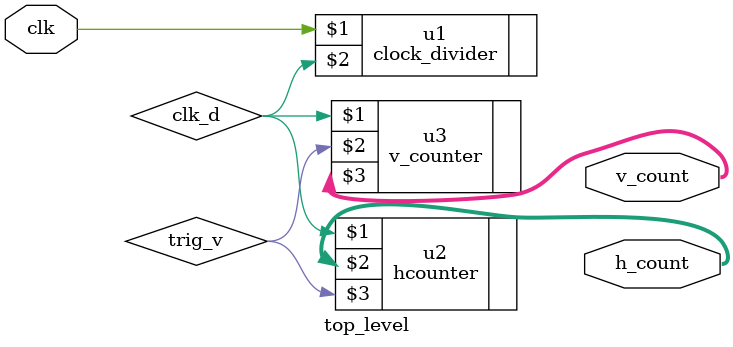
<source format=v>
`timescale 1ns / 1ps


module top_level(
    input clk,
    output [9:0]h_count,
    output [9:0]v_count
    );
    wire clk_d;
    wire trig_v;
clock_divider u1(clk, clk_d);
hcounter u2 (clk_d, h_count, trig_v);
v_counter u3 (clk_d, trig_v, v_count);

endmodule

</source>
